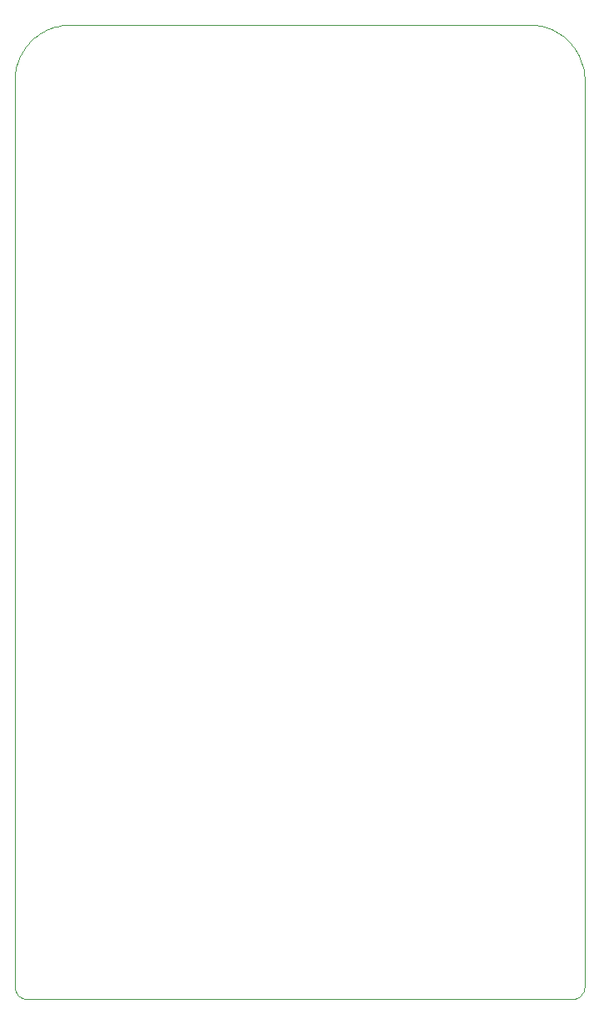
<source format=gm1>
G04*
G04 #@! TF.GenerationSoftware,Altium Limited,Altium Designer,21.1.1 (26)*
G04*
G04 Layer_Color=16711935*
%FSLAX25Y25*%
%MOIN*%
G70*
G04*
G04 #@! TF.SameCoordinates,A5F47C6F-2453-4AC6-896B-71FEB3B9F667*
G04*
G04*
G04 #@! TF.FilePolarity,Positive*
G04*
G01*
G75*
%ADD10C,0.00394*%
D10*
X228317Y367752D02*
X228295Y368741D01*
X228229Y369728D01*
X228118Y370711D01*
X227963Y371689D01*
X227765Y372658D01*
X227523Y373618D01*
X227238Y374565D01*
X226911Y375499D01*
X226543Y376417D01*
X226134Y377318D01*
X225685Y378200D01*
X225196Y379060D01*
X224670Y379898D01*
X224107Y380712D01*
X223507Y381499D01*
X222873Y382258D01*
X222205Y382989D01*
X221506Y383688D01*
X220776Y384356D01*
X220016Y384990D01*
X219229Y385589D01*
X218415Y386153D01*
X217578Y386679D01*
X216717Y387167D01*
X215836Y387617D01*
X214935Y388026D01*
X214016Y388394D01*
X213083Y388721D01*
X212135Y389005D01*
X211175Y389247D01*
X210206Y389446D01*
X209229Y389600D01*
X208246Y389711D01*
X207259Y389778D01*
X206269Y389800D01*
X22048Y389779D02*
X21059Y389756D01*
X20072Y389690D01*
X19089Y389579D01*
X18111Y389424D01*
X17142Y389226D01*
X16183Y388984D01*
X15235Y388700D01*
X14301Y388373D01*
X13383Y388004D01*
X12482Y387595D01*
X11600Y387146D01*
X10740Y386658D01*
X9902Y386131D01*
X9088Y385568D01*
X8301Y384969D01*
X7542Y384334D01*
X6812Y383667D01*
X6112Y382967D01*
X5444Y382237D01*
X4810Y381477D01*
X4211Y380690D01*
X3647Y379877D01*
X3121Y379039D01*
X2633Y378179D01*
X2183Y377297D01*
X1774Y376396D01*
X1406Y375478D01*
X1079Y374544D01*
X795Y373596D01*
X553Y372637D01*
X354Y371668D01*
X200Y370690D01*
X89Y369707D01*
X22Y368720D01*
X0Y367731D01*
X-0Y5100D02*
X97Y4111D01*
X386Y3159D01*
X855Y2282D01*
X1485Y1514D01*
X2254Y883D01*
X3131Y415D01*
X4082Y126D01*
X5071Y28D01*
X223317Y48D02*
X224297Y144D01*
X225239Y430D01*
X226107Y894D01*
X226868Y1519D01*
X227492Y2279D01*
X227956Y3148D01*
X228242Y4090D01*
X228339Y5069D01*
X22048Y389779D02*
X206269D01*
X228339Y367752D02*
X228339Y5069D01*
X0Y5100D02*
Y367731D01*
X-0Y5100D02*
X0D01*
X223317Y28D02*
Y48D01*
X5071Y28D02*
X223317D01*
M02*

</source>
